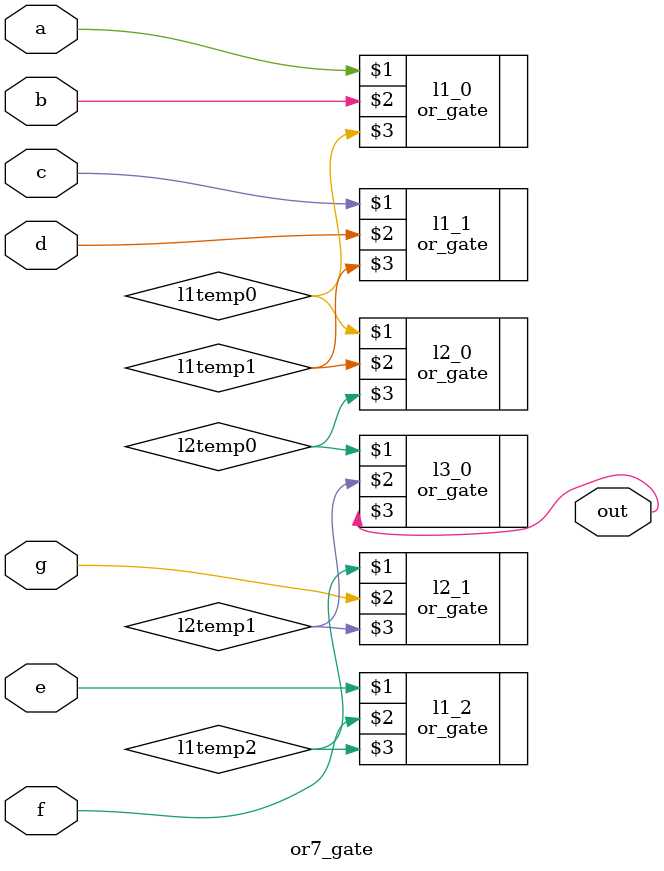
<source format=v>
`timescale 1ns/10ps

`include "lib/or_gate.v"

module or7_gate(a, b, c, d, e, f, g, out);

	//inuts
	input a, b, c, d, e, f, g; 

	//output
	output out;

	//wires
	wire l1temp0, l1temp1, l1temp2, l1temp3, l2temp0, l2temp1;

  or_gate l1_0(a, b, l1temp0);
	or_gate l1_1(c, d, l1temp1);
	or_gate l1_2(e, f, l1temp2);
  
	or_gate l2_0(l1temp0, l1temp1, l2temp0);
	or_gate l2_1(l1temp2, g, l2temp1);

	or_gate l3_0(l2temp0, l2temp1, out);
endmodule
</source>
